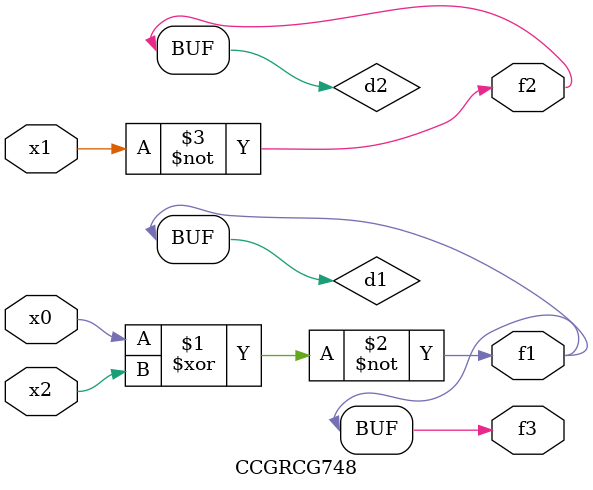
<source format=v>
module CCGRCG748(
	input x0, x1, x2,
	output f1, f2, f3
);

	wire d1, d2, d3;

	xnor (d1, x0, x2);
	nand (d2, x1);
	nor (d3, x1, x2);
	assign f1 = d1;
	assign f2 = d2;
	assign f3 = d1;
endmodule

</source>
